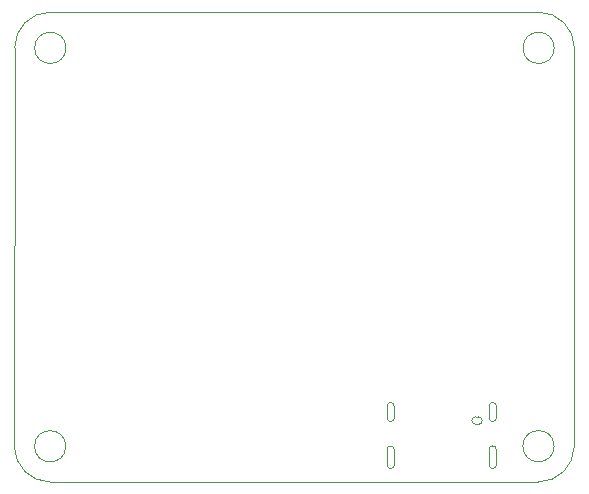
<source format=gm1>
%TF.GenerationSoftware,KiCad,Pcbnew,7.0.5*%
%TF.CreationDate,2023-07-26T15:19:29-04:00*%
%TF.ProjectId,GPSPCB,47505350-4342-42e6-9b69-6361645f7063,00*%
%TF.SameCoordinates,Original*%
%TF.FileFunction,Profile,NP*%
%FSLAX46Y46*%
G04 Gerber Fmt 4.6, Leading zero omitted, Abs format (unit mm)*
G04 Created by KiCad (PCBNEW 7.0.5) date 2023-07-26 15:19:29*
%MOMM*%
%LPD*%
G01*
G04 APERTURE LIST*
%TA.AperFunction,Profile*%
%ADD10C,0.050000*%
%TD*%
%TA.AperFunction,Profile*%
%ADD11C,0.010000*%
%TD*%
G04 APERTURE END LIST*
D10*
X65530000Y-74960000D02*
X65530000Y-76250000D01*
X66150000Y-74960000D02*
X66150000Y-76250000D01*
X65530000Y-71280000D02*
X65530000Y-72270000D01*
X66150000Y-72270000D02*
X66150000Y-71280000D01*
X74790000Y-71280000D02*
X74790000Y-72270000D01*
X74170000Y-71280000D02*
X74170000Y-72270000D01*
X74170000Y-74950000D02*
X74170000Y-76250000D01*
X74790000Y-74950000D02*
X74790000Y-76250000D01*
X74170000Y-76250000D02*
G75*
G03*
X74790000Y-76250000I310000J0D01*
G01*
X74790000Y-74950000D02*
G75*
G03*
X74170000Y-74950000I-310000J0D01*
G01*
X74170000Y-72270000D02*
G75*
G03*
X74790000Y-72270000I310000J0D01*
G01*
X74790000Y-71280000D02*
G75*
G03*
X74170000Y-71280000I-310000J0D01*
G01*
X65530000Y-76250000D02*
G75*
G03*
X66150000Y-76250000I310000J0D01*
G01*
X66150000Y-74960000D02*
G75*
G03*
X65530000Y-74960000I-310000J0D01*
G01*
X65530000Y-72270000D02*
G75*
G03*
X66150000Y-72270000I310000J0D01*
G01*
X66150000Y-71280000D02*
G75*
G03*
X65530000Y-71280000I-310000J0D01*
G01*
X38350001Y-40940000D02*
G75*
G03*
X38350001Y-40940000I-1323065J0D01*
G01*
X38340001Y-74670000D02*
G75*
G03*
X38340001Y-74670000I-1323065J0D01*
G01*
X79680001Y-74660000D02*
G75*
G03*
X79680001Y-74660000I-1323065J0D01*
G01*
X79693065Y-40940000D02*
G75*
G03*
X79693065Y-40940000I-1323065J0D01*
G01*
X81400000Y-40940000D02*
X81390000Y-74660000D01*
X33980000Y-74660000D02*
X34000000Y-40940000D01*
X78360000Y-77690000D02*
X37010000Y-77690000D01*
X33980000Y-74660000D02*
G75*
G03*
X37010000Y-77690000I3030000J0D01*
G01*
X78360000Y-77690000D02*
G75*
G03*
X81390000Y-74660000I0J3030000D01*
G01*
X37030000Y-37910000D02*
X78370000Y-37910000D01*
X81400000Y-40940000D02*
G75*
G03*
X78370000Y-37910000I-3030000J0D01*
G01*
X37030000Y-37910000D02*
G75*
G03*
X34000000Y-40940000I0J-3030000D01*
G01*
D11*
%TO.C,J1*%
X73285000Y-72815000D02*
G75*
G03*
X73600000Y-72500000I0J315000D01*
G01*
X73600000Y-72500000D02*
G75*
G03*
X73285000Y-72185000I-315000J0D01*
G01*
X72720000Y-72500000D02*
G75*
G03*
X73035000Y-72815000I315000J0D01*
G01*
X73035000Y-72185000D02*
G75*
G03*
X72720000Y-72500000I0J-315000D01*
G01*
X73285000Y-72815000D02*
X73035000Y-72815000D01*
X73035000Y-72185000D02*
X73285000Y-72185000D01*
%TD*%
M02*

</source>
